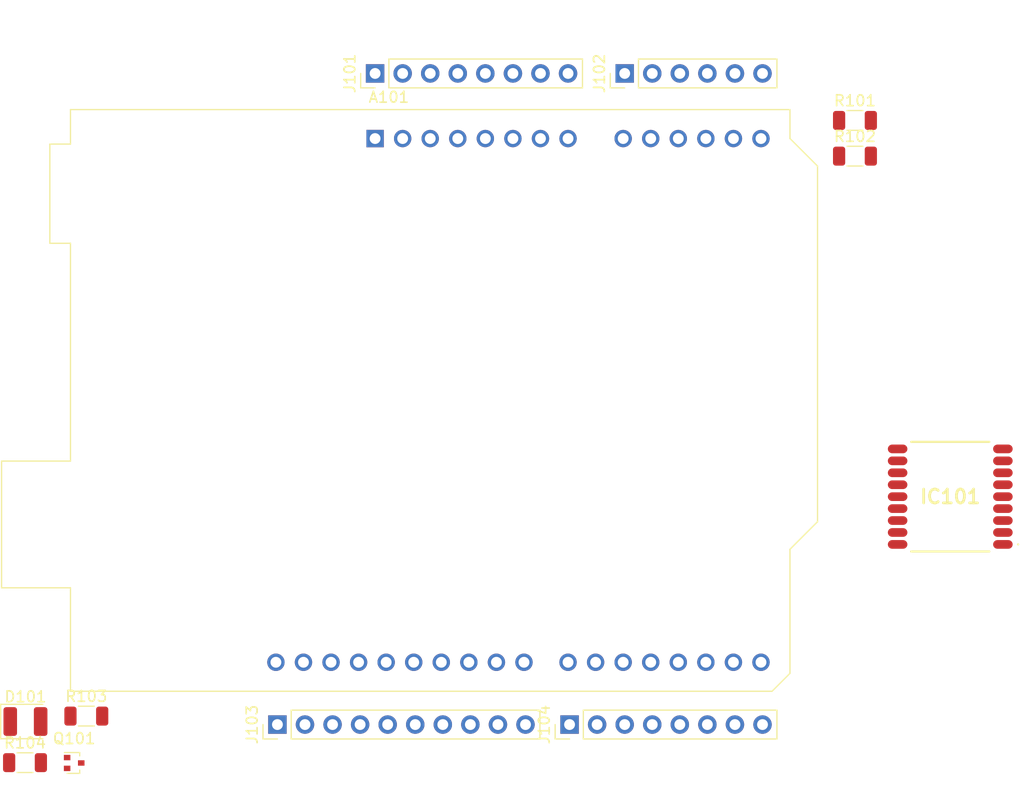
<source format=kicad_pcb>
(kicad_pcb (version 20211014) (generator pcbnew)
  (title_block (title "PCB Test #1") (date "2022-12-24") (rev "-") (company "Lachlan Drake"))
  (layers (0 "F.Cu" signal) (31 "B.Cu" signal) (34 "B.Paste" user) (35 "F.Paste" user) (36 "B.SilkS" user "B.Silkscreen") (37 "F.SilkS" user "F.Silkscreen") (38 "B.Mask" user) (39 "F.Mask" user) (44 "Edge.Cuts" user))
  (net 0 "")
  (net 33 "Net-(D101-Pad1)")
  (net 34 "+3V3")
  (net 35 "GPIO_RESET")
  (net 36 "GND")
  (net 37 "Net-(Q101-Pad3)")
  (net 38 "Net-(IC101-Pad16)")
  (net 39 "Net-(IC101-Pad17)")
  (net 40 "Net-(IC101-Pad18)")
  (net 41 "TXD_1")
  (net 42 "RXD_1")
  (net 43 "1PPS")
  (net 44 "STANDBY")
  (net 45 "V_BCKP")
  (net 47 "RESET")
  (net 48 "RF_IN")
  (net 49 "ANTON")
  (net 50 "VCC_RF")
  (net 53 "IOREF")
  (net 54 "RESET_ARD")
  (net 55 "+5V")
  (net 56 "V_IN")
  (footprint "L70REL-M37-EIT:L70RELM37EIT" (layer "F.Cu") (at 201 90)
    (fp_text reference "IC101" (at 0 0) (layer "F.SilkS") (effects (font (size 1.27 1.27) (thickness 0.254))))
    (fp_text value "L70REL-M37-EIT" hide)
    (fp_line (start 6.3 4.4) (end 6.3 4.4) (layer "F.SilkS") (width 0.1))
    (fp_line (start 6.2 4.4) (end 6.2 4.4) (layer "F.SilkS") (width 0.1))
    (fp_line (start -3.6 -5.05) (end 3.6 -5.05) (layer "F.SilkS") (width 0.2))
    (fp_line (start 3.6 5.05) (end -3.6 5.05) (layer "F.SilkS") (width 0.2))
    (fp_arc (start 6.2 4.4) (mid 6.25 4.35) (end 6.3 4.4) (layer "F.SilkS") (width 0.1))
    (fp_arc (start 6.3 4.4) (mid 6.25 4.45) (end 6.2 4.4) (layer "F.SilkS") (width 0.1))
    (pad "1" smd oval (at 4.85 4.4 90) (size 0.8 1.8) (layers "F.Cu" "F.Paste" "F.Mask") (net 36 "GND"))
    (pad "2" smd oval (at 4.85 3.3 90) (size 0.8 1.8) (layers "F.Cu" "F.Paste" "F.Mask") (net 41 "TXD_1"))
    (pad "3" smd oval (at 4.85 2.2 90) (size 0.8 1.8) (layers "F.Cu" "F.Paste" "F.Mask") (net 42 "RXD_1"))
    (pad "4" smd oval (at 4.85 1.1 90) (size 0.8 1.8) (layers "F.Cu" "F.Paste" "F.Mask") (net 43 "1PPS"))
    (pad "5" smd oval (at 4.85 0 90) (size 0.8 1.8) (layers "F.Cu" "F.Paste" "F.Mask") (net 44 "STANDBY"))
    (pad "6" smd oval (at 4.85 -1.1 90) (size 0.8 1.8) (layers "F.Cu" "F.Paste" "F.Mask") (net 45 "V_BCKP"))
    (pad "7" smd oval (at 4.85 -2.2 90) (size 0.8 1.8) (layers "F.Cu" "F.Paste" "F.Mask"))
    (pad "8" smd oval (at 4.85 -3.3 90) (size 0.8 1.8) (layers "F.Cu" "F.Paste" "F.Mask") (net 34 "+3V3"))
    (pad "9" smd oval (at 4.85 -4.4 90) (size 0.8 1.8) (layers "F.Cu" "F.Paste" "F.Mask") (net 47 "RESET"))
    (pad "10" smd oval (at -4.85 -4.4 90) (size 0.8 1.8) (layers "F.Cu" "F.Paste" "F.Mask") (net 36 "GND"))
    (pad "11" smd oval (at -4.85 -3.3 90) (size 0.8 1.8) (layers "F.Cu" "F.Paste" "F.Mask") (net 48 "RF_IN"))
    (pad "12" smd oval (at -4.85 -2.2 90) (size 0.8 1.8) (layers "F.Cu" "F.Paste" "F.Mask") (net 36 "GND"))
    (pad "13" smd oval (at -4.85 -1.1 90) (size 0.8 1.8) (layers "F.Cu" "F.Paste" "F.Mask") (net 49 "ANTON"))
    (pad "14" smd oval (at -4.85 0 90) (size 0.8 1.8) (layers "F.Cu" "F.Paste" "F.Mask") (net 50 "VCC_RF"))
    (pad "15" smd oval (at -4.85 1.1 90) (size 0.8 1.8) (layers "F.Cu" "F.Paste" "F.Mask"))
    (pad "16" smd oval (at -4.85 2.2 90) (size 0.8 1.8) (layers "F.Cu" "F.Paste" "F.Mask") (net 38 "Net-(IC101-Pad16)"))
    (pad "17" smd oval (at -4.85 3.3 90) (size 0.8 1.8) (layers "F.Cu" "F.Paste" "F.Mask") (net 39 "Net-(IC101-Pad17)"))
    (pad "18" smd oval (at -4.85 4.4 90) (size 0.8 1.8) (layers "F.Cu" "F.Paste" "F.Mask") (net 40 "Net-(IC101-Pad18)"))
  )
  (footprint "Connector_PinHeader_2.54mm:PinHeader_1x06_P2.54mm_Vertical" (layer "F.Cu") (at 171 51 90)
    (fp_text reference "J102" (at 0 -2.33 90) (layer "F.SilkS"))
    (fp_text value "Conn_01x06_Male")
    (fp_line (start -1.33 1.27) (end 1.33 1.27) (layer "F.SilkS") (width 0.12))
    (fp_line (start -1.33 -1.33) (end 0 -1.33) (layer "F.SilkS") (width 0.12))
    (fp_line (start -1.33 14.03) (end 1.33 14.03) (layer "F.SilkS") (width 0.12))
    (fp_line (start 1.33 1.27) (end 1.33 14.03) (layer "F.SilkS") (width 0.12))
    (fp_line (start -1.33 1.27) (end -1.33 14.03) (layer "F.SilkS") (width 0.12))
    (fp_line (start -1.33 0) (end -1.33 -1.33) (layer "F.SilkS") (width 0.12))
    (pad "1" thru_hole rect (at 0 0 90) (size 1.7 1.7) (drill 1) (layers *.Cu *.Mask))
    (pad "2" thru_hole oval (at 0 2.54 90) (size 1.7 1.7) (drill 1) (layers *.Cu *.Mask))
    (pad "3" thru_hole oval (at 0 5.08 90) (size 1.7 1.7) (drill 1) (layers *.Cu *.Mask))
    (pad "4" thru_hole oval (at 0 7.62 90) (size 1.7 1.7) (drill 1) (layers *.Cu *.Mask))
    (pad "5" thru_hole oval (at 0 10.16 90) (size 1.7 1.7) (drill 1) (layers *.Cu *.Mask))
    (pad "6" thru_hole oval (at 0 12.7 90) (size 1.7 1.7) (drill 1) (layers *.Cu *.Mask))
  )
  (footprint "LED_SMD:LED_1210_3225Metric" (layer "F.Cu") (at 115.78 110.72)
    (fp_text reference "D101" (at 0 -2.28) (layer "F.SilkS"))
    (fp_text value "LED")
    (fp_line (start 1.6 -1.585) (end -2.285 -1.585) (layer "F.SilkS") (width 0.12))
    (fp_line (start -2.285 1.585) (end 1.6 1.585) (layer "F.SilkS") (width 0.12))
    (fp_line (start -2.285 -1.585) (end -2.285 1.585) (layer "F.SilkS") (width 0.12))
    (pad "1" smd roundrect (at -1.4 0) (size 1.25 2.65) (layers "F.Cu" "F.Paste" "F.Mask") (roundrect_rratio 0.2) (net 33 "Net-(D101-Pad1)"))
    (pad "2" smd roundrect (at 1.4 0) (size 1.25 2.65) (layers "F.Cu" "F.Paste" "F.Mask") (roundrect_rratio 0.2) (net 34 "+3V3"))
  )
  (footprint "Resistor_SMD:R_1206_3216Metric" (layer "F.Cu") (at 192.22 55.33)
    (fp_text reference "R101" (at 0 -1.82) (layer "F.SilkS"))
    (fp_text value "R_Small_US")
    (fp_line (start -0.727064 -0.91) (end 0.727064 -0.91) (layer "F.SilkS") (width 0.12))
    (fp_line (start -0.727064 0.91) (end 0.727064 0.91) (layer "F.SilkS") (width 0.12))
    (pad "1" smd roundrect (at -1.4625 0) (size 1.125 1.75) (layers "F.Cu" "F.Paste" "F.Mask") (roundrect_rratio 0.222222) (net 36 "GND"))
    (pad "2" smd roundrect (at 1.4625 0) (size 1.125 1.75) (layers "F.Cu" "F.Paste" "F.Mask") (roundrect_rratio 0.222222) (net 38 "Net-(IC101-Pad16)"))
  )
  (footprint "Resistor_SMD:R_1206_3216Metric" (layer "F.Cu") (at 121.39 110.22)
    (fp_text reference "R103" (at 0 -1.82) (layer "F.SilkS"))
    (fp_text value "R_Small_US")
    (fp_line (start -0.727064 -0.91) (end 0.727064 -0.91) (layer "F.SilkS") (width 0.12))
    (fp_line (start -0.727064 0.91) (end 0.727064 0.91) (layer "F.SilkS") (width 0.12))
    (pad "1" smd roundrect (at -1.4625 0) (size 1.125 1.75) (layers "F.Cu" "F.Paste" "F.Mask") (roundrect_rratio 0.222222) (net 36 "GND"))
    (pad "2" smd roundrect (at 1.4625 0) (size 1.125 1.75) (layers "F.Cu" "F.Paste" "F.Mask") (roundrect_rratio 0.222222) (net 40 "Net-(IC101-Pad18)"))
  )
  (footprint "Connector_PinHeader_2.54mm:PinHeader_1x10_P2.54mm_Vertical" (layer "F.Cu") (at 139 111 90)
    (fp_text reference "J103" (at 0 -2.33 90) (layer "F.SilkS"))
    (fp_text value "Conn_01x10_Male")
    (fp_line (start -1.33 -1.33) (end 0 -1.33) (layer "F.SilkS") (width 0.12))
    (fp_line (start -1.33 1.27) (end 1.33 1.27) (layer "F.SilkS") (width 0.12))
    (fp_line (start -1.33 24.19) (end 1.33 24.19) (layer "F.SilkS") (width 0.12))
    (fp_line (start -1.33 1.27) (end -1.33 24.19) (layer "F.SilkS") (width 0.12))
    (fp_line (start -1.33 0) (end -1.33 -1.33) (layer "F.SilkS") (width 0.12))
    (fp_line (start 1.33 1.27) (end 1.33 24.19) (layer "F.SilkS") (width 0.12))
    (pad "1" thru_hole rect (at 0 0 90) (size 1.7 1.7) (drill 1) (layers *.Cu *.Mask))
    (pad "2" thru_hole oval (at 0 2.54 90) (size 1.7 1.7) (drill 1) (layers *.Cu *.Mask))
    (pad "3" thru_hole oval (at 0 5.08 90) (size 1.7 1.7) (drill 1) (layers *.Cu *.Mask))
    (pad "4" thru_hole oval (at 0 7.62 90) (size 1.7 1.7) (drill 1) (layers *.Cu *.Mask))
    (pad "5" thru_hole oval (at 0 10.16 90) (size 1.7 1.7) (drill 1) (layers *.Cu *.Mask))
    (pad "6" thru_hole oval (at 0 12.7 90) (size 1.7 1.7) (drill 1) (layers *.Cu *.Mask))
    (pad "7" thru_hole oval (at 0 15.24 90) (size 1.7 1.7) (drill 1) (layers *.Cu *.Mask))
    (pad "8" thru_hole oval (at 0 17.78 90) (size 1.7 1.7) (drill 1) (layers *.Cu *.Mask))
    (pad "9" thru_hole oval (at 0 20.32 90) (size 1.7 1.7) (drill 1) (layers *.Cu *.Mask))
    (pad "10" thru_hole oval (at 0 22.86 90) (size 1.7 1.7) (drill 1) (layers *.Cu *.Mask))
  )
  (footprint "Module:Arduino_UNO_R3" (layer "F.Cu") (at 148 57)
    (fp_text reference "A101" (at 1.27 -3.81 180) (layer "F.SilkS"))
    (fp_text value "Arduino_UNO_R3")
    (fp_line (start -29.97 0.51) (end -29.97 9.65) (layer "F.SilkS") (width 0.12))
    (fp_line (start 40.77 2.54) (end 38.23 0) (layer "F.SilkS") (width 0.12))
    (fp_line (start -29.97 9.65) (end -28.07 9.65) (layer "F.SilkS") (width 0.12))
    (fp_line (start -28.07 41.4) (end -28.07 50.93) (layer "F.SilkS") (width 0.12))
    (fp_line (start -28.07 50.93) (end 36.58 50.93) (layer "F.SilkS") (width 0.12))
    (fp_line (start -28.07 9.65) (end -28.07 29.72) (layer "F.SilkS") (width 0.12))
    (fp_line (start 38.23 0) (end 38.23 -2.67) (layer "F.SilkS") (width 0.12))
    (fp_line (start -28.07 0.51) (end -29.97 0.51) (layer "F.SilkS") (width 0.12))
    (fp_line (start -34.42 29.72) (end -34.42 41.4) (layer "F.SilkS") (width 0.12))
    (fp_line (start 36.58 50.93) (end 38.23 49.28) (layer "F.SilkS") (width 0.12))
    (fp_line (start -28.07 -2.67) (end -28.07 0.51) (layer "F.SilkS") (width 0.12))
    (fp_line (start 38.23 49.28) (end 38.23 37.85) (layer "F.SilkS") (width 0.12))
    (fp_line (start 38.23 37.85) (end 40.77 35.31) (layer "F.SilkS") (width 0.12))
    (fp_line (start 38.23 -2.67) (end -28.07 -2.67) (layer "F.SilkS") (width 0.12))
    (fp_line (start 40.77 35.31) (end 40.77 2.54) (layer "F.SilkS") (width 0.12))
    (fp_line (start -34.42 41.4) (end -28.07 41.4) (layer "F.SilkS") (width 0.12))
    (fp_line (start -28.07 29.72) (end -34.42 29.72) (layer "F.SilkS") (width 0.12))
    (pad "1" thru_hole rect (at 0 0 90) (size 1.6 1.6) (drill 1) (layers *.Cu *.Mask))
    (pad "2" thru_hole oval (at 2.54 0 90) (size 1.6 1.6) (drill 1) (layers *.Cu *.Mask))
    (pad "3" thru_hole oval (at 5.08 0 90) (size 1.6 1.6) (drill 1) (layers *.Cu *.Mask))
    (pad "4" thru_hole oval (at 7.62 0 90) (size 1.6 1.6) (drill 1) (layers *.Cu *.Mask))
    (pad "5" thru_hole oval (at 10.16 0 90) (size 1.6 1.6) (drill 1) (layers *.Cu *.Mask))
    (pad "6" thru_hole oval (at 12.7 0 90) (size 1.6 1.6) (drill 1) (layers *.Cu *.Mask))
    (pad "7" thru_hole oval (at 15.24 0 90) (size 1.6 1.6) (drill 1) (layers *.Cu *.Mask))
    (pad "8" thru_hole oval (at 17.78 0 90) (size 1.6 1.6) (drill 1) (layers *.Cu *.Mask))
    (pad "9" thru_hole oval (at 22.86 0 90) (size 1.6 1.6) (drill 1) (layers *.Cu *.Mask))
    (pad "10" thru_hole oval (at 25.4 0 90) (size 1.6 1.6) (drill 1) (layers *.Cu *.Mask))
    (pad "11" thru_hole oval (at 27.94 0 90) (size 1.6 1.6) (drill 1) (layers *.Cu *.Mask))
    (pad "12" thru_hole oval (at 30.48 0 90) (size 1.6 1.6) (drill 1) (layers *.Cu *.Mask))
    (pad "13" thru_hole oval (at 33.02 0 90) (size 1.6 1.6) (drill 1) (layers *.Cu *.Mask))
    (pad "14" thru_hole oval (at 35.56 0 90) (size 1.6 1.6) (drill 1) (layers *.Cu *.Mask))
    (pad "15" thru_hole oval (at 35.56 48.26 90) (size 1.6 1.6) (drill 1) (layers *.Cu *.Mask))
    (pad "16" thru_hole oval (at 33.02 48.26 90) (size 1.6 1.6) (drill 1) (layers *.Cu *.Mask))
    (pad "17" thru_hole oval (at 30.48 48.26 90) (size 1.6 1.6) (drill 1) (layers *.Cu *.Mask))
    (pad "18" thru_hole oval (at 27.94 48.26 90) (size 1.6 1.6) (drill 1) (layers *.Cu *.Mask))
    (pad "19" thru_hole oval (at 25.4 48.26 90) (size 1.6 1.6) (drill 1) (layers *.Cu *.Mask))
    (pad "20" thru_hole oval (at 22.86 48.26 90) (size 1.6 1.6) (drill 1) (layers *.Cu *.Mask))
    (pad "21" thru_hole oval (at 20.32 48.26 90) (size 1.6 1.6) (drill 1) (layers *.Cu *.Mask))
    (pad "22" thru_hole oval (at 17.78 48.26 90) (size 1.6 1.6) (drill 1) (layers *.Cu *.Mask))
    (pad "23" thru_hole oval (at 13.72 48.26 90) (size 1.6 1.6) (drill 1) (layers *.Cu *.Mask))
    (pad "24" thru_hole oval (at 11.18 48.26 90) (size 1.6 1.6) (drill 1) (layers *.Cu *.Mask))
    (pad "25" thru_hole oval (at 8.64 48.26 90) (size 1.6 1.6) (drill 1) (layers *.Cu *.Mask))
    (pad "26" thru_hole oval (at 6.1 48.26 90) (size 1.6 1.6) (drill 1) (layers *.Cu *.Mask))
    (pad "27" thru_hole oval (at 3.56 48.26 90) (size 1.6 1.6) (drill 1) (layers *.Cu *.Mask))
    (pad "28" thru_hole oval (at 1.02 48.26 90) (size 1.6 1.6) (drill 1) (layers *.Cu *.Mask))
    (pad "29" thru_hole oval (at -1.52 48.26 90) (size 1.6 1.6) (drill 1) (layers *.Cu *.Mask))
    (pad "30" thru_hole oval (at -4.06 48.26 90) (size 1.6 1.6) (drill 1) (layers *.Cu *.Mask))
    (pad "31" thru_hole oval (at -6.6 48.26 90) (size 1.6 1.6) (drill 1) (layers *.Cu *.Mask))
    (pad "32" thru_hole oval (at -9.14 48.26 90) (size 1.6 1.6) (drill 1) (layers *.Cu *.Mask))
  )
  (footprint "Resistor_SMD:R_1206_3216Metric" (layer "F.Cu") (at 192.22 58.62)
    (fp_text reference "R102" (at 0 -1.82) (layer "F.SilkS"))
    (fp_text value "R_Small_US")
    (fp_line (start -0.727064 -0.91) (end 0.727064 -0.91) (layer "F.SilkS") (width 0.12))
    (fp_line (start -0.727064 0.91) (end 0.727064 0.91) (layer "F.SilkS") (width 0.12))
    (pad "1" smd roundrect (at -1.4625 0) (size 1.125 1.75) (layers "F.Cu" "F.Paste" "F.Mask") (roundrect_rratio 0.222222) (net 36 "GND"))
    (pad "2" smd roundrect (at 1.4625 0) (size 1.125 1.75) (layers "F.Cu" "F.Paste" "F.Mask") (roundrect_rratio 0.222222) (net 39 "Net-(IC101-Pad17)"))
  )
  (footprint "Connector_PinHeader_2.54mm:PinHeader_1x08_P2.54mm_Vertical" (layer "F.Cu") (at 165.92 111 90)
    (fp_text reference "J104" (at 0 -2.33 90) (layer "F.SilkS"))
    (fp_text value "Conn_01x08_Male")
    (fp_line (start -1.33 0) (end -1.33 -1.33) (layer "F.SilkS") (width 0.12))
    (fp_line (start -1.33 1.27) (end -1.33 19.11) (layer "F.SilkS") (width 0.12))
    (fp_line (start -1.33 1.27) (end 1.33 1.27) (layer "F.SilkS") (width 0.12))
    (fp_line (start -1.33 -1.33) (end 0 -1.33) (layer "F.SilkS") (width 0.12))
    (fp_line (start -1.33 19.11) (end 1.33 19.11) (layer "F.SilkS") (width 0.12))
    (fp_line (start 1.33 1.27) (end 1.33 19.11) (layer "F.SilkS") (width 0.12))
    (pad "1" thru_hole rect (at 0 0 90) (size 1.7 1.7) (drill 1) (layers *.Cu *.Mask))
    (pad "2" thru_hole oval (at 0 2.54 90) (size 1.7 1.7) (drill 1) (layers *.Cu *.Mask))
    (pad "3" thru_hole oval (at 0 5.08 90) (size 1.7 1.7) (drill 1) (layers *.Cu *.Mask))
    (pad "4" thru_hole oval (at 0 7.62 90) (size 1.7 1.7) (drill 1) (layers *.Cu *.Mask))
    (pad "5" thru_hole oval (at 0 10.16 90) (size 1.7 1.7) (drill 1) (layers *.Cu *.Mask))
    (pad "6" thru_hole oval (at 0 12.7 90) (size 1.7 1.7) (drill 1) (layers *.Cu *.Mask))
    (pad "7" thru_hole oval (at 0 15.24 90) (size 1.7 1.7) (drill 1) (layers *.Cu *.Mask))
    (pad "8" thru_hole oval (at 0 17.78 90) (size 1.7 1.7) (drill 1) (layers *.Cu *.Mask))
  )
  (footprint "Connector_PinHeader_2.54mm:PinHeader_1x08_P2.54mm_Vertical" (layer "F.Cu") (at 148 51 90)
    (fp_text reference "J101" (at 0 -2.33 90) (layer "F.SilkS"))
    (fp_text value "Conn_01x08_Male")
    (fp_line (start -1.33 0) (end -1.33 -1.33) (layer "F.SilkS") (width 0.12))
    (fp_line (start -1.33 1.27) (end 1.33 1.27) (layer "F.SilkS") (width 0.12))
    (fp_line (start 1.33 1.27) (end 1.33 19.11) (layer "F.SilkS") (width 0.12))
    (fp_line (start -1.33 19.11) (end 1.33 19.11) (layer "F.SilkS") (width 0.12))
    (fp_line (start -1.33 1.27) (end -1.33 19.11) (layer "F.SilkS") (width 0.12))
    (fp_line (start -1.33 -1.33) (end 0 -1.33) (layer "F.SilkS") (width 0.12))
    (pad "1" thru_hole rect (at 0 0 90) (size 1.7 1.7) (drill 1) (layers *.Cu *.Mask))
    (pad "2" thru_hole oval (at 0 2.54 90) (size 1.7 1.7) (drill 1) (layers *.Cu *.Mask) (net 53 "IOREF"))
    (pad "3" thru_hole oval (at 0 5.08 90) (size 1.7 1.7) (drill 1) (layers *.Cu *.Mask) (net 54 "RESET_ARD"))
    (pad "4" thru_hole oval (at 0 7.62 90) (size 1.7 1.7) (drill 1) (layers *.Cu *.Mask) (net 34 "+3V3"))
    (pad "5" thru_hole oval (at 0 10.16 90) (size 1.7 1.7) (drill 1) (layers *.Cu *.Mask) (net 55 "+5V"))
    (pad "6" thru_hole oval (at 0 12.7 90) (size 1.7 1.7) (drill 1) (layers *.Cu *.Mask) (net 36 "GND"))
    (pad "7" thru_hole oval (at 0 15.24 90) (size 1.7 1.7) (drill 1) (layers *.Cu *.Mask) (net 36 "GND"))
    (pad "8" thru_hole oval (at 0 17.78 90) (size 1.7 1.7) (drill 1) (layers *.Cu *.Mask) (net 56 "V_IN"))
  )
  (footprint "Package_TO_SOT_SMD:SOT-416" (layer "F.Cu") (at 120.27 114.54)
    (fp_text reference "Q101" (at 0 -2.25) (layer "F.SilkS"))
    (fp_text value "DTC143Z")
    (fp_line (start 0.51 0.96) (end 0.51 0.65) (layer "F.SilkS") (width 0.12))
    (fp_line (start 0.51 -0.96) (end -0.9 -0.96) (layer "F.SilkS") (width 0.12))
    (fp_line (start 0.51 -0.96) (end 0.51 -0.65) (layer "F.SilkS") (width 0.12))
    (fp_line (start 0.51 0.96) (end -0.65 0.96) (layer "F.SilkS") (width 0.12))
    (pad "1" smd rect (at -0.65 -0.5) (size 0.6 0.5) (layers "F.Cu" "F.Paste" "F.Mask") (net 35 "GPIO_RESET"))
    (pad "2" smd rect (at -0.65 0.5) (size 0.6 0.5) (layers "F.Cu" "F.Paste" "F.Mask") (net 36 "GND"))
    (pad "3" smd rect (at 0.65 0) (size 0.6 0.5) (layers "F.Cu" "F.Paste" "F.Mask") (net 37 "Net-(Q101-Pad3)"))
  )
  (footprint "Resistor_SMD:R_1206_3216Metric" (layer "F.Cu") (at 115.74 114.51)
    (fp_text reference "R104" (at 0 -1.82) (layer "F.SilkS"))
    (fp_text value "1k")
    (fp_line (start -0.727064 -0.91) (end 0.727064 -0.91) (layer "F.SilkS") (width 0.12))
    (fp_line (start -0.727064 0.91) (end 0.727064 0.91) (layer "F.SilkS") (width 0.12))
    (pad "1" smd roundrect (at -1.4625 0) (size 1.125 1.75) (layers "F.Cu" "F.Paste" "F.Mask") (roundrect_rratio 0.222222) (net 33 "Net-(D101-Pad1)"))
    (pad "2" smd roundrect (at 1.4625 0) (size 1.125 1.75) (layers "F.Cu" "F.Paste" "F.Mask") (roundrect_rratio 0.222222) (net 37 "Net-(Q101-Pad3)"))
  )
)
</source>
